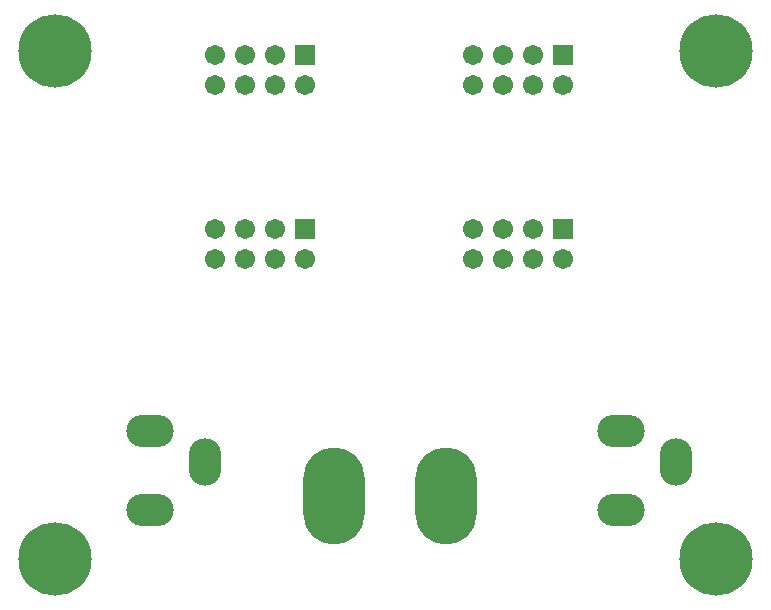
<source format=gbs>
G04 Layer_Color=16711935*
%FSLAX25Y25*%
%MOIN*%
G70*
G01*
G75*
%ADD27O,0.10800X0.15800*%
%ADD28O,0.15800X0.10800*%
%ADD29R,0.06706X0.06706*%
%ADD30C,0.06706*%
%ADD31C,0.24422*%
%ADD32O,0.20485X0.32296*%
D27*
X76800Y87300D02*
D03*
X233800D02*
D03*
D28*
X58300Y71300D02*
D03*
Y97600D02*
D03*
X215300Y71300D02*
D03*
Y97600D02*
D03*
D29*
X110000Y165000D02*
D03*
X196000Y223000D02*
D03*
X110000D02*
D03*
X196000Y165000D02*
D03*
D30*
X110000Y155000D02*
D03*
X100000Y165000D02*
D03*
Y155000D02*
D03*
X90000Y165000D02*
D03*
Y155000D02*
D03*
X80000Y165000D02*
D03*
Y155000D02*
D03*
X196000Y213000D02*
D03*
X186000Y223000D02*
D03*
Y213000D02*
D03*
X176000Y223000D02*
D03*
Y213000D02*
D03*
X166000Y223000D02*
D03*
Y213000D02*
D03*
X110000D02*
D03*
X100000Y223000D02*
D03*
Y213000D02*
D03*
X90000Y223000D02*
D03*
Y213000D02*
D03*
X80000Y223000D02*
D03*
Y213000D02*
D03*
X196000Y155000D02*
D03*
X186000Y165000D02*
D03*
Y155000D02*
D03*
X176000Y165000D02*
D03*
Y155000D02*
D03*
X166000Y165000D02*
D03*
Y155000D02*
D03*
D31*
X247220Y224409D02*
D03*
X26748Y55118D02*
D03*
Y224409D02*
D03*
X247220Y55118D02*
D03*
D32*
X119598Y76000D02*
D03*
X157000D02*
D03*
M02*

</source>
